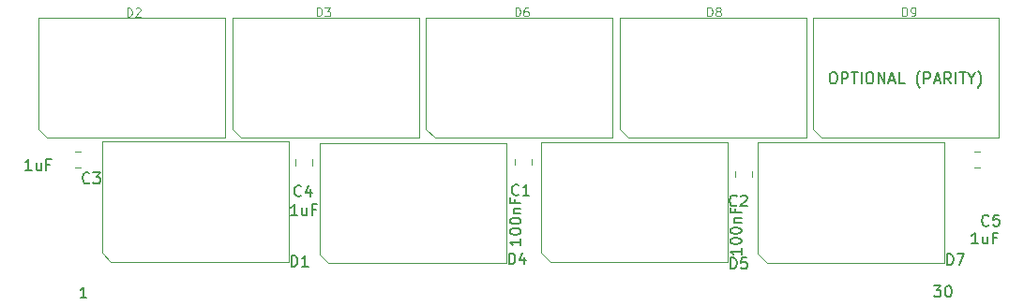
<source format=gbr>
%TF.GenerationSoftware,KiCad,Pcbnew,6.0.5+dfsg-1*%
%TF.CreationDate,2022-07-02T19:28:49+03:00*%
%TF.ProjectId,simm3016,73696d6d-3330-4313-962e-6b696361645f,2*%
%TF.SameCoordinates,Original*%
%TF.FileFunction,Legend,Top*%
%TF.FilePolarity,Positive*%
%FSLAX46Y46*%
G04 Gerber Fmt 4.6, Leading zero omitted, Abs format (unit mm)*
G04 Created by KiCad (PCBNEW 6.0.5+dfsg-1) date 2022-07-02 19:28:49*
%MOMM*%
%LPD*%
G01*
G04 APERTURE LIST*
%ADD10C,0.200000*%
%ADD11C,0.150000*%
%ADD12C,0.100000*%
%ADD13C,0.120000*%
G04 APERTURE END LIST*
D10*
X125895952Y-137032380D02*
X126086428Y-137032380D01*
X126181666Y-137080000D01*
X126276904Y-137175238D01*
X126324523Y-137365714D01*
X126324523Y-137699047D01*
X126276904Y-137889523D01*
X126181666Y-137984761D01*
X126086428Y-138032380D01*
X125895952Y-138032380D01*
X125800714Y-137984761D01*
X125705476Y-137889523D01*
X125657857Y-137699047D01*
X125657857Y-137365714D01*
X125705476Y-137175238D01*
X125800714Y-137080000D01*
X125895952Y-137032380D01*
X126753095Y-138032380D02*
X126753095Y-137032380D01*
X127134047Y-137032380D01*
X127229285Y-137080000D01*
X127276904Y-137127619D01*
X127324523Y-137222857D01*
X127324523Y-137365714D01*
X127276904Y-137460952D01*
X127229285Y-137508571D01*
X127134047Y-137556190D01*
X126753095Y-137556190D01*
X127610238Y-137032380D02*
X128181666Y-137032380D01*
X127895952Y-138032380D02*
X127895952Y-137032380D01*
X128515000Y-138032380D02*
X128515000Y-137032380D01*
X129181666Y-137032380D02*
X129372142Y-137032380D01*
X129467380Y-137080000D01*
X129562619Y-137175238D01*
X129610238Y-137365714D01*
X129610238Y-137699047D01*
X129562619Y-137889523D01*
X129467380Y-137984761D01*
X129372142Y-138032380D01*
X129181666Y-138032380D01*
X129086428Y-137984761D01*
X128991190Y-137889523D01*
X128943571Y-137699047D01*
X128943571Y-137365714D01*
X128991190Y-137175238D01*
X129086428Y-137080000D01*
X129181666Y-137032380D01*
X130038809Y-138032380D02*
X130038809Y-137032380D01*
X130610238Y-138032380D01*
X130610238Y-137032380D01*
X131038809Y-137746666D02*
X131515000Y-137746666D01*
X130943571Y-138032380D02*
X131276904Y-137032380D01*
X131610238Y-138032380D01*
X132419761Y-138032380D02*
X131943571Y-138032380D01*
X131943571Y-137032380D01*
X133800714Y-138413333D02*
X133753095Y-138365714D01*
X133657857Y-138222857D01*
X133610238Y-138127619D01*
X133562619Y-137984761D01*
X133515000Y-137746666D01*
X133515000Y-137556190D01*
X133562619Y-137318095D01*
X133610238Y-137175238D01*
X133657857Y-137080000D01*
X133753095Y-136937142D01*
X133800714Y-136889523D01*
X134181666Y-138032380D02*
X134181666Y-137032380D01*
X134562619Y-137032380D01*
X134657857Y-137080000D01*
X134705476Y-137127619D01*
X134753095Y-137222857D01*
X134753095Y-137365714D01*
X134705476Y-137460952D01*
X134657857Y-137508571D01*
X134562619Y-137556190D01*
X134181666Y-137556190D01*
X135134047Y-137746666D02*
X135610238Y-137746666D01*
X135038809Y-138032380D02*
X135372142Y-137032380D01*
X135705476Y-138032380D01*
X136610238Y-138032380D02*
X136276904Y-137556190D01*
X136038809Y-138032380D02*
X136038809Y-137032380D01*
X136419761Y-137032380D01*
X136515000Y-137080000D01*
X136562619Y-137127619D01*
X136610238Y-137222857D01*
X136610238Y-137365714D01*
X136562619Y-137460952D01*
X136515000Y-137508571D01*
X136419761Y-137556190D01*
X136038809Y-137556190D01*
X137038809Y-138032380D02*
X137038809Y-137032380D01*
X137372142Y-137032380D02*
X137943571Y-137032380D01*
X137657857Y-138032380D02*
X137657857Y-137032380D01*
X138467380Y-137556190D02*
X138467380Y-138032380D01*
X138134047Y-137032380D02*
X138467380Y-137556190D01*
X138800714Y-137032380D01*
X139038809Y-138413333D02*
X139086428Y-138365714D01*
X139181666Y-138222857D01*
X139229285Y-138127619D01*
X139276904Y-137984761D01*
X139324523Y-137746666D01*
X139324523Y-137556190D01*
X139276904Y-137318095D01*
X139229285Y-137175238D01*
X139181666Y-137080000D01*
X139086428Y-136937142D01*
X139038809Y-136889523D01*
D11*
X58575714Y-157432380D02*
X58004285Y-157432380D01*
X58290000Y-157432380D02*
X58290000Y-156432380D01*
X58194761Y-156575238D01*
X58099523Y-156670476D01*
X58004285Y-156718095D01*
X135080476Y-156332380D02*
X135699523Y-156332380D01*
X135366190Y-156713333D01*
X135509047Y-156713333D01*
X135604285Y-156760952D01*
X135651904Y-156808571D01*
X135699523Y-156903809D01*
X135699523Y-157141904D01*
X135651904Y-157237142D01*
X135604285Y-157284761D01*
X135509047Y-157332380D01*
X135223333Y-157332380D01*
X135128095Y-157284761D01*
X135080476Y-157237142D01*
X136318571Y-156332380D02*
X136413809Y-156332380D01*
X136509047Y-156380000D01*
X136556666Y-156427619D01*
X136604285Y-156522857D01*
X136651904Y-156713333D01*
X136651904Y-156951428D01*
X136604285Y-157141904D01*
X136556666Y-157237142D01*
X136509047Y-157284761D01*
X136413809Y-157332380D01*
X136318571Y-157332380D01*
X136223333Y-157284761D01*
X136175714Y-157237142D01*
X136128095Y-157141904D01*
X136080476Y-156951428D01*
X136080476Y-156713333D01*
X136128095Y-156522857D01*
X136175714Y-156427619D01*
X136223333Y-156380000D01*
X136318571Y-156332380D01*
D12*
%TO.C,D8*%
X114609523Y-131961904D02*
X114609523Y-131161904D01*
X114800000Y-131161904D01*
X114914285Y-131200000D01*
X114990476Y-131276190D01*
X115028571Y-131352380D01*
X115066666Y-131504761D01*
X115066666Y-131619047D01*
X115028571Y-131771428D01*
X114990476Y-131847619D01*
X114914285Y-131923809D01*
X114800000Y-131961904D01*
X114609523Y-131961904D01*
X115523809Y-131504761D02*
X115447619Y-131466666D01*
X115409523Y-131428571D01*
X115371428Y-131352380D01*
X115371428Y-131314285D01*
X115409523Y-131238095D01*
X115447619Y-131200000D01*
X115523809Y-131161904D01*
X115676190Y-131161904D01*
X115752380Y-131200000D01*
X115790476Y-131238095D01*
X115828571Y-131314285D01*
X115828571Y-131352380D01*
X115790476Y-131428571D01*
X115752380Y-131466666D01*
X115676190Y-131504761D01*
X115523809Y-131504761D01*
X115447619Y-131542857D01*
X115409523Y-131580952D01*
X115371428Y-131657142D01*
X115371428Y-131809523D01*
X115409523Y-131885714D01*
X115447619Y-131923809D01*
X115523809Y-131961904D01*
X115676190Y-131961904D01*
X115752380Y-131923809D01*
X115790476Y-131885714D01*
X115828571Y-131809523D01*
X115828571Y-131657142D01*
X115790476Y-131580952D01*
X115752380Y-131542857D01*
X115676190Y-131504761D01*
D11*
%TO.C,C2*%
X117253333Y-149047142D02*
X117205714Y-149094761D01*
X117062857Y-149142380D01*
X116967619Y-149142380D01*
X116824761Y-149094761D01*
X116729523Y-148999523D01*
X116681904Y-148904285D01*
X116634285Y-148713809D01*
X116634285Y-148570952D01*
X116681904Y-148380476D01*
X116729523Y-148285238D01*
X116824761Y-148190000D01*
X116967619Y-148142380D01*
X117062857Y-148142380D01*
X117205714Y-148190000D01*
X117253333Y-148237619D01*
X117634285Y-148237619D02*
X117681904Y-148190000D01*
X117777142Y-148142380D01*
X118015238Y-148142380D01*
X118110476Y-148190000D01*
X118158095Y-148237619D01*
X118205714Y-148332857D01*
X118205714Y-148428095D01*
X118158095Y-148570952D01*
X117586666Y-149142380D01*
X118205714Y-149142380D01*
X117682380Y-152957619D02*
X117682380Y-153529047D01*
X117682380Y-153243333D02*
X116682380Y-153243333D01*
X116825238Y-153338571D01*
X116920476Y-153433809D01*
X116968095Y-153529047D01*
X116682380Y-152338571D02*
X116682380Y-152243333D01*
X116730000Y-152148095D01*
X116777619Y-152100476D01*
X116872857Y-152052857D01*
X117063333Y-152005238D01*
X117301428Y-152005238D01*
X117491904Y-152052857D01*
X117587142Y-152100476D01*
X117634761Y-152148095D01*
X117682380Y-152243333D01*
X117682380Y-152338571D01*
X117634761Y-152433809D01*
X117587142Y-152481428D01*
X117491904Y-152529047D01*
X117301428Y-152576666D01*
X117063333Y-152576666D01*
X116872857Y-152529047D01*
X116777619Y-152481428D01*
X116730000Y-152433809D01*
X116682380Y-152338571D01*
X116682380Y-151386190D02*
X116682380Y-151290952D01*
X116730000Y-151195714D01*
X116777619Y-151148095D01*
X116872857Y-151100476D01*
X117063333Y-151052857D01*
X117301428Y-151052857D01*
X117491904Y-151100476D01*
X117587142Y-151148095D01*
X117634761Y-151195714D01*
X117682380Y-151290952D01*
X117682380Y-151386190D01*
X117634761Y-151481428D01*
X117587142Y-151529047D01*
X117491904Y-151576666D01*
X117301428Y-151624285D01*
X117063333Y-151624285D01*
X116872857Y-151576666D01*
X116777619Y-151529047D01*
X116730000Y-151481428D01*
X116682380Y-151386190D01*
X117015714Y-150624285D02*
X117682380Y-150624285D01*
X117110952Y-150624285D02*
X117063333Y-150576666D01*
X117015714Y-150481428D01*
X117015714Y-150338571D01*
X117063333Y-150243333D01*
X117158571Y-150195714D01*
X117682380Y-150195714D01*
X117158571Y-149386190D02*
X117158571Y-149719523D01*
X117682380Y-149719523D02*
X116682380Y-149719523D01*
X116682380Y-149243333D01*
%TO.C,D4*%
X96681904Y-154392380D02*
X96681904Y-153392380D01*
X96920000Y-153392380D01*
X97062857Y-153440000D01*
X97158095Y-153535238D01*
X97205714Y-153630476D01*
X97253333Y-153820952D01*
X97253333Y-153963809D01*
X97205714Y-154154285D01*
X97158095Y-154249523D01*
X97062857Y-154344761D01*
X96920000Y-154392380D01*
X96681904Y-154392380D01*
X98110476Y-153725714D02*
X98110476Y-154392380D01*
X97872380Y-153344761D02*
X97634285Y-154059047D01*
X98253333Y-154059047D01*
%TO.C,C1*%
X97573333Y-148067142D02*
X97525714Y-148114761D01*
X97382857Y-148162380D01*
X97287619Y-148162380D01*
X97144761Y-148114761D01*
X97049523Y-148019523D01*
X97001904Y-147924285D01*
X96954285Y-147733809D01*
X96954285Y-147590952D01*
X97001904Y-147400476D01*
X97049523Y-147305238D01*
X97144761Y-147210000D01*
X97287619Y-147162380D01*
X97382857Y-147162380D01*
X97525714Y-147210000D01*
X97573333Y-147257619D01*
X98525714Y-148162380D02*
X97954285Y-148162380D01*
X98240000Y-148162380D02*
X98240000Y-147162380D01*
X98144761Y-147305238D01*
X98049523Y-147400476D01*
X97954285Y-147448095D01*
X97772380Y-152087619D02*
X97772380Y-152659047D01*
X97772380Y-152373333D02*
X96772380Y-152373333D01*
X96915238Y-152468571D01*
X97010476Y-152563809D01*
X97058095Y-152659047D01*
X96772380Y-151468571D02*
X96772380Y-151373333D01*
X96820000Y-151278095D01*
X96867619Y-151230476D01*
X96962857Y-151182857D01*
X97153333Y-151135238D01*
X97391428Y-151135238D01*
X97581904Y-151182857D01*
X97677142Y-151230476D01*
X97724761Y-151278095D01*
X97772380Y-151373333D01*
X97772380Y-151468571D01*
X97724761Y-151563809D01*
X97677142Y-151611428D01*
X97581904Y-151659047D01*
X97391428Y-151706666D01*
X97153333Y-151706666D01*
X96962857Y-151659047D01*
X96867619Y-151611428D01*
X96820000Y-151563809D01*
X96772380Y-151468571D01*
X96772380Y-150516190D02*
X96772380Y-150420952D01*
X96820000Y-150325714D01*
X96867619Y-150278095D01*
X96962857Y-150230476D01*
X97153333Y-150182857D01*
X97391428Y-150182857D01*
X97581904Y-150230476D01*
X97677142Y-150278095D01*
X97724761Y-150325714D01*
X97772380Y-150420952D01*
X97772380Y-150516190D01*
X97724761Y-150611428D01*
X97677142Y-150659047D01*
X97581904Y-150706666D01*
X97391428Y-150754285D01*
X97153333Y-150754285D01*
X96962857Y-150706666D01*
X96867619Y-150659047D01*
X96820000Y-150611428D01*
X96772380Y-150516190D01*
X97105714Y-149754285D02*
X97772380Y-149754285D01*
X97200952Y-149754285D02*
X97153333Y-149706666D01*
X97105714Y-149611428D01*
X97105714Y-149468571D01*
X97153333Y-149373333D01*
X97248571Y-149325714D01*
X97772380Y-149325714D01*
X97248571Y-148516190D02*
X97248571Y-148849523D01*
X97772380Y-148849523D02*
X96772380Y-148849523D01*
X96772380Y-148373333D01*
%TO.C,D5*%
X116691904Y-154792380D02*
X116691904Y-153792380D01*
X116930000Y-153792380D01*
X117072857Y-153840000D01*
X117168095Y-153935238D01*
X117215714Y-154030476D01*
X117263333Y-154220952D01*
X117263333Y-154363809D01*
X117215714Y-154554285D01*
X117168095Y-154649523D01*
X117072857Y-154744761D01*
X116930000Y-154792380D01*
X116691904Y-154792380D01*
X118168095Y-153792380D02*
X117691904Y-153792380D01*
X117644285Y-154268571D01*
X117691904Y-154220952D01*
X117787142Y-154173333D01*
X118025238Y-154173333D01*
X118120476Y-154220952D01*
X118168095Y-154268571D01*
X118215714Y-154363809D01*
X118215714Y-154601904D01*
X118168095Y-154697142D01*
X118120476Y-154744761D01*
X118025238Y-154792380D01*
X117787142Y-154792380D01*
X117691904Y-154744761D01*
X117644285Y-154697142D01*
%TO.C,C3*%
X58823333Y-146987142D02*
X58775714Y-147034761D01*
X58632857Y-147082380D01*
X58537619Y-147082380D01*
X58394761Y-147034761D01*
X58299523Y-146939523D01*
X58251904Y-146844285D01*
X58204285Y-146653809D01*
X58204285Y-146510952D01*
X58251904Y-146320476D01*
X58299523Y-146225238D01*
X58394761Y-146130000D01*
X58537619Y-146082380D01*
X58632857Y-146082380D01*
X58775714Y-146130000D01*
X58823333Y-146177619D01*
X59156666Y-146082380D02*
X59775714Y-146082380D01*
X59442380Y-146463333D01*
X59585238Y-146463333D01*
X59680476Y-146510952D01*
X59728095Y-146558571D01*
X59775714Y-146653809D01*
X59775714Y-146891904D01*
X59728095Y-146987142D01*
X59680476Y-147034761D01*
X59585238Y-147082380D01*
X59299523Y-147082380D01*
X59204285Y-147034761D01*
X59156666Y-146987142D01*
X53594761Y-145882380D02*
X53023333Y-145882380D01*
X53309047Y-145882380D02*
X53309047Y-144882380D01*
X53213809Y-145025238D01*
X53118571Y-145120476D01*
X53023333Y-145168095D01*
X54451904Y-145215714D02*
X54451904Y-145882380D01*
X54023333Y-145215714D02*
X54023333Y-145739523D01*
X54070952Y-145834761D01*
X54166190Y-145882380D01*
X54309047Y-145882380D01*
X54404285Y-145834761D01*
X54451904Y-145787142D01*
X55261428Y-145358571D02*
X54928095Y-145358571D01*
X54928095Y-145882380D02*
X54928095Y-144882380D01*
X55404285Y-144882380D01*
%TO.C,C5*%
X140023333Y-150837142D02*
X139975714Y-150884761D01*
X139832857Y-150932380D01*
X139737619Y-150932380D01*
X139594761Y-150884761D01*
X139499523Y-150789523D01*
X139451904Y-150694285D01*
X139404285Y-150503809D01*
X139404285Y-150360952D01*
X139451904Y-150170476D01*
X139499523Y-150075238D01*
X139594761Y-149980000D01*
X139737619Y-149932380D01*
X139832857Y-149932380D01*
X139975714Y-149980000D01*
X140023333Y-150027619D01*
X140928095Y-149932380D02*
X140451904Y-149932380D01*
X140404285Y-150408571D01*
X140451904Y-150360952D01*
X140547142Y-150313333D01*
X140785238Y-150313333D01*
X140880476Y-150360952D01*
X140928095Y-150408571D01*
X140975714Y-150503809D01*
X140975714Y-150741904D01*
X140928095Y-150837142D01*
X140880476Y-150884761D01*
X140785238Y-150932380D01*
X140547142Y-150932380D01*
X140451904Y-150884761D01*
X140404285Y-150837142D01*
X139044761Y-152532380D02*
X138473333Y-152532380D01*
X138759047Y-152532380D02*
X138759047Y-151532380D01*
X138663809Y-151675238D01*
X138568571Y-151770476D01*
X138473333Y-151818095D01*
X139901904Y-151865714D02*
X139901904Y-152532380D01*
X139473333Y-151865714D02*
X139473333Y-152389523D01*
X139520952Y-152484761D01*
X139616190Y-152532380D01*
X139759047Y-152532380D01*
X139854285Y-152484761D01*
X139901904Y-152437142D01*
X140711428Y-152008571D02*
X140378095Y-152008571D01*
X140378095Y-152532380D02*
X140378095Y-151532380D01*
X140854285Y-151532380D01*
%TO.C,D1*%
X77051904Y-154582380D02*
X77051904Y-153582380D01*
X77290000Y-153582380D01*
X77432857Y-153630000D01*
X77528095Y-153725238D01*
X77575714Y-153820476D01*
X77623333Y-154010952D01*
X77623333Y-154153809D01*
X77575714Y-154344285D01*
X77528095Y-154439523D01*
X77432857Y-154534761D01*
X77290000Y-154582380D01*
X77051904Y-154582380D01*
X78575714Y-154582380D02*
X78004285Y-154582380D01*
X78290000Y-154582380D02*
X78290000Y-153582380D01*
X78194761Y-153725238D01*
X78099523Y-153820476D01*
X78004285Y-153868095D01*
D12*
%TO.C,D9*%
X132199523Y-131961904D02*
X132199523Y-131161904D01*
X132390000Y-131161904D01*
X132504285Y-131200000D01*
X132580476Y-131276190D01*
X132618571Y-131352380D01*
X132656666Y-131504761D01*
X132656666Y-131619047D01*
X132618571Y-131771428D01*
X132580476Y-131847619D01*
X132504285Y-131923809D01*
X132390000Y-131961904D01*
X132199523Y-131961904D01*
X133037619Y-131961904D02*
X133190000Y-131961904D01*
X133266190Y-131923809D01*
X133304285Y-131885714D01*
X133380476Y-131771428D01*
X133418571Y-131619047D01*
X133418571Y-131314285D01*
X133380476Y-131238095D01*
X133342380Y-131200000D01*
X133266190Y-131161904D01*
X133113809Y-131161904D01*
X133037619Y-131200000D01*
X132999523Y-131238095D01*
X132961428Y-131314285D01*
X132961428Y-131504761D01*
X132999523Y-131580952D01*
X133037619Y-131619047D01*
X133113809Y-131657142D01*
X133266190Y-131657142D01*
X133342380Y-131619047D01*
X133380476Y-131580952D01*
X133418571Y-131504761D01*
D11*
%TO.C,C4*%
X77943333Y-148157142D02*
X77895714Y-148204761D01*
X77752857Y-148252380D01*
X77657619Y-148252380D01*
X77514761Y-148204761D01*
X77419523Y-148109523D01*
X77371904Y-148014285D01*
X77324285Y-147823809D01*
X77324285Y-147680952D01*
X77371904Y-147490476D01*
X77419523Y-147395238D01*
X77514761Y-147300000D01*
X77657619Y-147252380D01*
X77752857Y-147252380D01*
X77895714Y-147300000D01*
X77943333Y-147347619D01*
X78800476Y-147585714D02*
X78800476Y-148252380D01*
X78562380Y-147204761D02*
X78324285Y-147919047D01*
X78943333Y-147919047D01*
X77584761Y-149972380D02*
X77013333Y-149972380D01*
X77299047Y-149972380D02*
X77299047Y-148972380D01*
X77203809Y-149115238D01*
X77108571Y-149210476D01*
X77013333Y-149258095D01*
X78441904Y-149305714D02*
X78441904Y-149972380D01*
X78013333Y-149305714D02*
X78013333Y-149829523D01*
X78060952Y-149924761D01*
X78156190Y-149972380D01*
X78299047Y-149972380D01*
X78394285Y-149924761D01*
X78441904Y-149877142D01*
X79251428Y-149448571D02*
X78918095Y-149448571D01*
X78918095Y-149972380D02*
X78918095Y-148972380D01*
X79394285Y-148972380D01*
D12*
%TO.C,D6*%
X97269523Y-131961904D02*
X97269523Y-131161904D01*
X97460000Y-131161904D01*
X97574285Y-131200000D01*
X97650476Y-131276190D01*
X97688571Y-131352380D01*
X97726666Y-131504761D01*
X97726666Y-131619047D01*
X97688571Y-131771428D01*
X97650476Y-131847619D01*
X97574285Y-131923809D01*
X97460000Y-131961904D01*
X97269523Y-131961904D01*
X98412380Y-131161904D02*
X98260000Y-131161904D01*
X98183809Y-131200000D01*
X98145714Y-131238095D01*
X98069523Y-131352380D01*
X98031428Y-131504761D01*
X98031428Y-131809523D01*
X98069523Y-131885714D01*
X98107619Y-131923809D01*
X98183809Y-131961904D01*
X98336190Y-131961904D01*
X98412380Y-131923809D01*
X98450476Y-131885714D01*
X98488571Y-131809523D01*
X98488571Y-131619047D01*
X98450476Y-131542857D01*
X98412380Y-131504761D01*
X98336190Y-131466666D01*
X98183809Y-131466666D01*
X98107619Y-131504761D01*
X98069523Y-131542857D01*
X98031428Y-131619047D01*
%TO.C,D2*%
X62219523Y-131991904D02*
X62219523Y-131191904D01*
X62410000Y-131191904D01*
X62524285Y-131230000D01*
X62600476Y-131306190D01*
X62638571Y-131382380D01*
X62676666Y-131534761D01*
X62676666Y-131649047D01*
X62638571Y-131801428D01*
X62600476Y-131877619D01*
X62524285Y-131953809D01*
X62410000Y-131991904D01*
X62219523Y-131991904D01*
X62981428Y-131268095D02*
X63019523Y-131230000D01*
X63095714Y-131191904D01*
X63286190Y-131191904D01*
X63362380Y-131230000D01*
X63400476Y-131268095D01*
X63438571Y-131344285D01*
X63438571Y-131420476D01*
X63400476Y-131534761D01*
X62943333Y-131991904D01*
X63438571Y-131991904D01*
%TO.C,D3*%
X79349523Y-131961904D02*
X79349523Y-131161904D01*
X79540000Y-131161904D01*
X79654285Y-131200000D01*
X79730476Y-131276190D01*
X79768571Y-131352380D01*
X79806666Y-131504761D01*
X79806666Y-131619047D01*
X79768571Y-131771428D01*
X79730476Y-131847619D01*
X79654285Y-131923809D01*
X79540000Y-131961904D01*
X79349523Y-131961904D01*
X80073333Y-131161904D02*
X80568571Y-131161904D01*
X80301904Y-131466666D01*
X80416190Y-131466666D01*
X80492380Y-131504761D01*
X80530476Y-131542857D01*
X80568571Y-131619047D01*
X80568571Y-131809523D01*
X80530476Y-131885714D01*
X80492380Y-131923809D01*
X80416190Y-131961904D01*
X80187619Y-131961904D01*
X80111428Y-131923809D01*
X80073333Y-131885714D01*
D11*
%TO.C,D7*%
X136251904Y-154452380D02*
X136251904Y-153452380D01*
X136490000Y-153452380D01*
X136632857Y-153500000D01*
X136728095Y-153595238D01*
X136775714Y-153690476D01*
X136823333Y-153880952D01*
X136823333Y-154023809D01*
X136775714Y-154214285D01*
X136728095Y-154309523D01*
X136632857Y-154404761D01*
X136490000Y-154452380D01*
X136251904Y-154452380D01*
X137156666Y-153452380D02*
X137823333Y-153452380D01*
X137394761Y-154452380D01*
D13*
%TO.C,D8*%
X106710000Y-132100000D02*
X123550000Y-132100000D01*
X107510000Y-142960000D02*
X106710000Y-142160000D01*
X106710000Y-142160000D02*
X106710000Y-132100000D01*
X123550000Y-132100000D02*
X123550000Y-142960000D01*
X123550000Y-142960000D02*
X107510000Y-142960000D01*
%TO.C,C2*%
X117155000Y-146491252D02*
X117155000Y-145968748D01*
X118625000Y-146491252D02*
X118625000Y-145968748D01*
%TO.C,D4*%
X79600000Y-153470000D02*
X79600000Y-143410000D01*
X79600000Y-143410000D02*
X96440000Y-143410000D01*
X96440000Y-143410000D02*
X96440000Y-154270000D01*
X80400000Y-154270000D02*
X79600000Y-153470000D01*
X96440000Y-154270000D02*
X80400000Y-154270000D01*
%TO.C,C1*%
X97255000Y-145391252D02*
X97255000Y-144868748D01*
X98725000Y-145391252D02*
X98725000Y-144868748D01*
%TO.C,D5*%
X99620000Y-143320000D02*
X116460000Y-143320000D01*
X99620000Y-153380000D02*
X99620000Y-143320000D01*
X116460000Y-154180000D02*
X100420000Y-154180000D01*
X116460000Y-143320000D02*
X116460000Y-154180000D01*
X100420000Y-154180000D02*
X99620000Y-153380000D01*
%TO.C,C3*%
X57528748Y-145665000D02*
X58051252Y-145665000D01*
X57528748Y-144195000D02*
X58051252Y-144195000D01*
%TO.C,C5*%
X138728748Y-145665000D02*
X139251252Y-145665000D01*
X138728748Y-144195000D02*
X139251252Y-144195000D01*
%TO.C,D1*%
X59970000Y-143300000D02*
X76810000Y-143300000D01*
X76810000Y-154160000D02*
X60770000Y-154160000D01*
X76810000Y-143300000D02*
X76810000Y-154160000D01*
X60770000Y-154160000D02*
X59970000Y-153360000D01*
X59970000Y-153360000D02*
X59970000Y-143300000D01*
%TO.C,D9*%
X124110000Y-132100000D02*
X140950000Y-132100000D01*
X140950000Y-132100000D02*
X140950000Y-142960000D01*
X140950000Y-142960000D02*
X124910000Y-142960000D01*
X124910000Y-142960000D02*
X124110000Y-142160000D01*
X124110000Y-142160000D02*
X124110000Y-132100000D01*
%TO.C,C4*%
X77455000Y-145428752D02*
X77455000Y-144906248D01*
X78925000Y-145428752D02*
X78925000Y-144906248D01*
%TO.C,D6*%
X89200000Y-132090000D02*
X106040000Y-132090000D01*
X90000000Y-142950000D02*
X89200000Y-142150000D01*
X89200000Y-142150000D02*
X89200000Y-132090000D01*
X106040000Y-142950000D02*
X90000000Y-142950000D01*
X106040000Y-132090000D02*
X106040000Y-142950000D01*
%TO.C,D2*%
X71040000Y-132110000D02*
X71040000Y-142970000D01*
X55000000Y-142970000D02*
X54200000Y-142170000D01*
X54200000Y-132110000D02*
X71040000Y-132110000D01*
X71040000Y-142970000D02*
X55000000Y-142970000D01*
X54200000Y-142170000D02*
X54200000Y-132110000D01*
%TO.C,D3*%
X88560000Y-132110000D02*
X88560000Y-142970000D01*
X71720000Y-142170000D02*
X71720000Y-132110000D01*
X71720000Y-132110000D02*
X88560000Y-132110000D01*
X88560000Y-142970000D02*
X72520000Y-142970000D01*
X72520000Y-142970000D02*
X71720000Y-142170000D01*
%TO.C,D7*%
X119190000Y-143380000D02*
X136030000Y-143380000D01*
X136030000Y-143380000D02*
X136030000Y-154240000D01*
X119190000Y-153440000D02*
X119190000Y-143380000D01*
X119990000Y-154240000D02*
X119190000Y-153440000D01*
X136030000Y-154240000D02*
X119990000Y-154240000D01*
%TD*%
M02*

</source>
